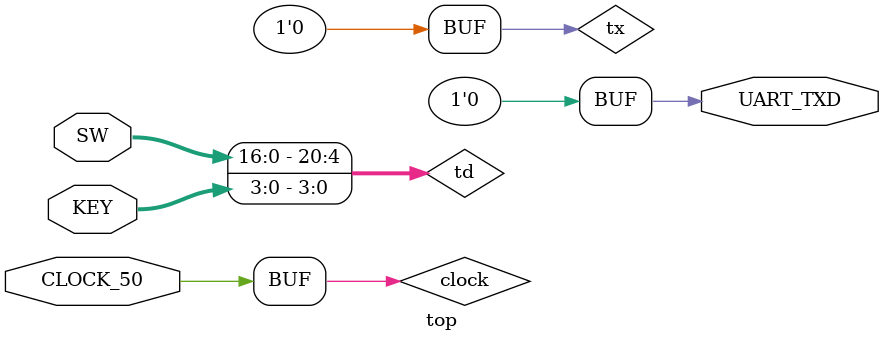
<source format=v>

`define XLEN 32

module top
  (input  wire        CLOCK_50
  ,input  wire [16:0] SW
  ,input  wire [ 3:0] KEY
  ,output wire        UART_TXD = 0);

   parameter MSB = `XLEN - 1;

   reg	     tx;
   assign UART_TXD = tx;

   wire clock = CLOCK_50;
   wire [20:0] td = {SW,KEY};


   reg        rd, fwd1, fwd2, sub, ashr;
   reg [2:0]  funct3;
   reg [MSB:0] rs1, rs2;
   reg [MSB:0] op1, op2;
   reg             w;

   reg [20:0] td_r, result_r;
   always @(posedge clock) {fwd1, fwd2, rd, w, sub, ashr, funct3} <= td;

   wire [MSB:0] result;
   wire [MSB:0] sum;
   wire         eq;
   wire         lt;
   wire         ltu;

   alu #(`XLEN) alu(.sub(sub), .ashr(ashr), .funct3(funct3), .w(w),
                    .op1(op1), .op2(op2), .result(result), .sum(sum),
                    .eq(eq), .lt(lt), .ltu(ltu));

`define traditional 1
`ifdef traditional
   always @(posedge clock) begin
      op1 <= fwd1 ? result : rs1;
      op2 <= fwd2 ? result : rs2;
      if (rd)
        rs1 <= result;
      else
        rs2 <= result;

      tx <= rs2[MSB];
   end
`else
   reg [MSB:0]  op1_fwd = 0, op2_fwd = 0;
   always @(*) op1 = op1_fwd | rs1;
   always @(*) op2 = op2_fwd | rs2;
   always @(posedge clock) begin
      op1_fwd <= fwd1 ? result : 0;
      op2_fwd <= fwd2 ? result : 0;
      if (rd)
        rs1 <= result;
      else
        rs2 <= result;

      tx <= rs2[MSB];
   end
`endif
endmodule

</source>
